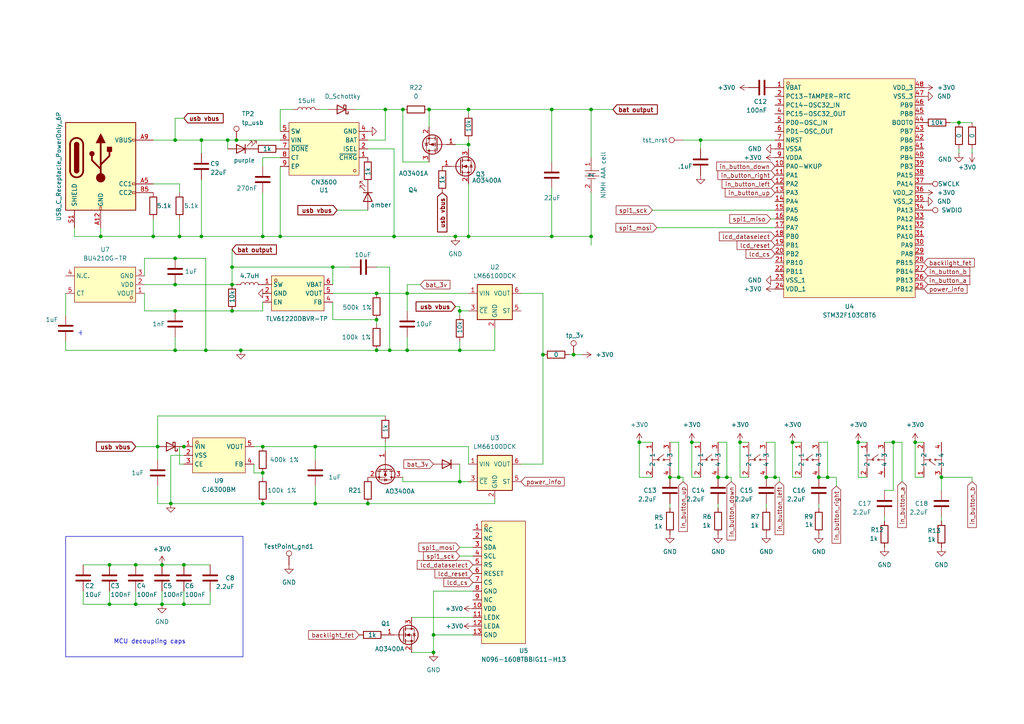
<source format=kicad_sch>
(kicad_sch (version 20250114) (generator "eeschema") (generator_version "9.0")
  (paper "A4")
  (title_block (title "stm32 business card"))
  (rectangle (start 19.05 155.575) (end 70.485 190.5))
  (text "Make sure CN36000 package and connections are right on PCB - wtf is EP?" (at 52.832 -7.874 0) (effects (font (size 1.27 1.27))))
  (text "MCU decoupling caps" (at 43.434 186.182 0) (effects (font (size 1.27 1.27))))
  (text "label 0 ohm choices" (at 24.892 -5.842 0) (effects (font (size 1.27 1.27) (thickness 0.1588))))
  (text "double check voltage diviers, maybe push higher - LCSC!" (at 43.434 -3.556 0) (effects (font (size 1.27 1.27) (thickness 0.1588))))
  (text "TODO" (at 18.796 -11.43 0) (effects (font (size 2.032 2.032) (thickness 0.4064) (bold yes))))
  (junction (at 91.44 129.54))
  (junction (at 39.37 163.83))
  (junction (at 135.89 31.75))
  (junction (at 194.31 138.43))
  (junction (at 166.37 102.87))
  (junction (at 135.89 68.58))
  (junction (at 259.08 128.27))
  (junction (at 67.31 77.47))
  (junction (at 133.35 90.17))
  (junction (at 224.79 138.43))
  (junction (at 59.69 101.6))
  (junction (at 76.2 137.16))
  (junction (at 68.58 40.64))
  (junction (at 118.11 85.09))
  (junction (at 31.75 175.26))
  (junction (at 265.43 128.27))
  (junction (at 67.31 90.17))
  (junction (at 46.99 175.26))
  (junction (at 109.22 85.09))
  (junction (at 240.03 138.43))
  (junction (at 50.8 40.64))
  (junction (at 109.22 101.6))
  (junction (at 91.44 146.05))
  (junction (at 111.76 31.75))
  (junction (at 118.11 101.6))
  (junction (at 133.35 139.7))
  (junction (at 76.2 129.54))
  (junction (at 208.28 138.43))
  (junction (at 248.92 128.27))
  (junction (at 58.42 40.64))
  (junction (at 125.73 189.23))
  (junction (at 67.31 82.55))
  (junction (at 203.2 40.64))
  (junction (at 58.42 68.58))
  (junction (at 113.03 101.6))
  (junction (at 50.8 101.6))
  (junction (at 160.02 68.58))
  (junction (at 44.45 68.58))
  (junction (at 237.49 138.43))
  (junction (at 81.28 68.58))
  (junction (at 222.25 138.43))
  (junction (at 132.08 68.58))
  (junction (at 52.07 68.58))
  (junction (at 171.45 31.75))
  (junction (at 214.63 128.27))
  (junction (at 133.35 101.6))
  (junction (at 185.42 128.27))
  (junction (at 96.52 77.47))
  (junction (at 39.37 175.26))
  (junction (at 210.82 138.43))
  (junction (at 69.85 101.6))
  (junction (at 125.73 184.15))
  (junction (at 116.84 31.75))
  (junction (at 66.04 40.64))
  (junction (at 53.34 163.83))
  (junction (at 76.2 146.05))
  (junction (at 229.87 128.27))
  (junction (at 106.68 146.05))
  (junction (at 196.85 138.43))
  (junction (at 135.89 41.91))
  (junction (at 278.13 35.56))
  (junction (at 53.34 129.54))
  (junction (at 76.2 68.58))
  (junction (at 29.21 68.58))
  (junction (at 273.05 138.43))
  (junction (at 50.8 90.17))
  (junction (at 114.3 68.58))
  (junction (at 109.22 92.71))
  (junction (at 31.75 163.83))
  (junction (at 49.53 146.05))
  (junction (at 50.8 82.55))
  (junction (at 157.48 102.87))
  (junction (at 160.02 31.75))
  (junction (at 200.66 128.27))
  (junction (at 53.34 175.26))
  (junction (at 171.45 68.58))
  (junction (at 50.8 74.93))
  (junction (at 45.72 129.54))
  (junction (at 124.46 31.75))
  (junction (at 46.99 163.83))
  (wire (pts (xy 194.31 147.32) (xy 194.31 146.05)))
  (wire (pts (xy 222.25 128.27) (xy 224.79 128.27)))
  (wire (pts (xy 81.28 38.1) (xy 81.28 31.75)))
  (wire (pts (xy 259.08 128.27) (xy 261.62 128.27)))
  (wire (pts (xy 118.11 101.6) (xy 133.35 101.6)))
  (wire (pts (xy 267.97 138.43) (xy 265.43 138.43)))
  (wire (pts (xy 76.2 45.72) (xy 76.2 48.26)))
  (polyline (pts (xy 23.495 96.52) (xy 23.495 97.155)))
  (wire (pts (xy 52.07 63.5) (xy 52.07 68.58)))
  (wire (pts (xy 135.89 41.91) (xy 135.89 43.18)))
  (wire (pts (xy 41.91 74.93) (xy 50.8 74.93)))
  (wire (pts (xy 91.44 146.05) (xy 106.68 146.05)))
  (wire (pts (xy 67.31 77.47) (xy 67.31 82.55)))
  (wire (pts (xy 50.8 34.29) (xy 53.34 34.29)))
  (wire (pts (xy 31.75 171.45) (xy 31.75 175.26)))
  (wire (pts (xy 281.94 44.45) (xy 281.94 43.18)))
  (wire (pts (xy 185.42 128.27) (xy 185.42 138.43)))
  (wire (pts (xy 119.38 189.23) (xy 125.73 189.23)))
  (wire (pts (xy 200.66 128.27) (xy 203.2 128.27)))
  (wire (pts (xy 81.28 68.58) (xy 114.3 68.58)))
  (wire (pts (xy 237.49 138.43) (xy 240.03 138.43)))
  (wire (pts (xy 256.54 128.27) (xy 259.08 128.27)))
  (wire (pts (xy 52.07 53.34) (xy 52.07 55.88)))
  (wire (pts (xy 248.92 128.27) (xy 248.92 138.43)))
  (wire (pts (xy 41.91 90.17) (xy 41.91 85.09)))
  (wire (pts (xy 125.73 171.45) (xy 125.73 184.15)))
  (wire (pts (xy 58.42 40.64) (xy 66.04 40.64)))
  (wire (pts (xy 52.07 68.58) (xy 58.42 68.58)))
  (wire (pts (xy 118.11 82.55) (xy 121.92 82.55)))
  (wire (pts (xy 81.28 31.75) (xy 85.09 31.75)))
  (wire (pts (xy 124.46 31.75) (xy 135.89 31.75)))
  (wire (pts (xy 251.46 138.43) (xy 248.92 138.43)))
  (wire (pts (xy 45.72 120.65) (xy 111.76 120.65)))
  (wire (pts (xy 171.45 55.88) (xy 171.45 68.58)))
  (wire (pts (xy 91.44 133.35) (xy 91.44 129.54)))
  (wire (pts (xy 229.87 128.27) (xy 232.41 128.27)))
  (wire (pts (xy 133.35 158.75) (xy 137.16 158.75)))
  (wire (pts (xy 106.68 40.64) (xy 111.76 40.64)))
  (wire (pts (xy 189.23 138.43) (xy 185.42 138.43)))
  (wire (pts (xy 45.72 146.05) (xy 49.53 146.05)))
  (wire (pts (xy 52.07 129.54) (xy 53.34 129.54)))
  (wire (pts (xy 39.37 171.45) (xy 39.37 175.26)))
  (wire (pts (xy 232.41 138.43) (xy 229.87 138.43)))
  (wire (pts (xy 101.6 77.47) (xy 96.52 77.47)))
  (wire (pts (xy 273.05 151.13) (xy 273.05 149.86)))
  (wire (pts (xy 237.49 128.27) (xy 240.03 128.27)))
  (wire (pts (xy 281.94 139.7) (xy 281.94 138.43)))
  (wire (pts (xy 157.48 102.87) (xy 157.48 134.62)))
  (wire (pts (xy 113.03 101.6) (xy 118.11 101.6)))
  (wire (pts (xy 52.07 134.62) (xy 52.07 129.54)))
  (wire (pts (xy 210.82 138.43) (xy 212.09 138.43)))
  (wire (pts (xy 96.52 92.71) (xy 109.22 92.71)))
  (wire (pts (xy 60.96 175.26) (xy 60.96 171.45)))
  (wire (pts (xy 44.45 53.34) (xy 52.07 53.34)))
  (wire (pts (xy 203.2 40.64) (xy 203.2 43.18)))
  (wire (pts (xy 135.89 33.02) (xy 135.89 31.75)))
  (wire (pts (xy 198.12 139.7) (xy 198.12 138.43)))
  (wire (pts (xy 67.31 77.47) (xy 96.52 77.47)))
  (wire (pts (xy 226.06 138.43) (xy 224.79 138.43)))
  (wire (pts (xy 50.8 40.64) (xy 58.42 40.64)))
  (wire (pts (xy 208.28 147.32) (xy 208.28 146.05)))
  (wire (pts (xy 118.11 85.09) (xy 135.89 85.09)))
  (wire (pts (xy 132.08 68.58) (xy 135.89 68.58)))
  (wire (pts (xy 118.11 97.79) (xy 118.11 101.6)))
  (wire (pts (xy 273.05 138.43) (xy 281.94 138.43)))
  (wire (pts (xy 198.12 40.64) (xy 203.2 40.64)))
  (wire (pts (xy 46.99 163.83) (xy 53.34 163.83)))
  (wire (pts (xy 44.45 40.64) (xy 50.8 40.64)))
  (wire (pts (xy 116.84 31.75) (xy 111.76 31.75)))
  (wire (pts (xy 214.63 128.27) (xy 217.17 128.27)))
  (wire (pts (xy 68.58 40.64) (xy 81.28 40.64)))
  (wire (pts (xy 50.8 101.6) (xy 59.69 101.6)))
  (wire (pts (xy 67.31 82.55) (xy 68.58 82.55)))
  (wire (pts (xy 212.09 138.43) (xy 212.09 139.7)))
  (wire (pts (xy 50.8 82.55) (xy 67.31 82.55)))
  (wire (pts (xy 31.75 175.26) (xy 39.37 175.26)))
  (wire (pts (xy 91.44 140.97) (xy 91.44 146.05)))
  (wire (pts (xy 208.28 128.27) (xy 210.82 128.27)))
  (wire (pts (xy 160.02 31.75) (xy 160.02 46.99)))
  (wire (pts (xy 119.38 179.07) (xy 137.16 179.07)))
  (wire (pts (xy 133.35 101.6) (xy 143.51 101.6)))
  (wire (pts (xy 137.16 171.45) (xy 125.73 171.45)))
  (wire (pts (xy 73.66 137.16) (xy 76.2 137.16)))
  (wire (pts (xy 41.91 90.17) (xy 50.8 90.17)))
  (wire (pts (xy 41.91 82.55) (xy 50.8 82.55)))
  (wire (pts (xy 224.79 128.27) (xy 224.79 138.43)))
  (wire (pts (xy 133.35 139.7) (xy 133.35 134.62)))
  (wire (pts (xy 29.21 68.58) (xy 29.21 66.04)))
  (wire (pts (xy 59.69 74.93) (xy 59.69 101.6)))
  (wire (pts (xy 96.52 82.55) (xy 96.52 77.47)))
  (wire (pts (xy 278.13 44.45) (xy 278.13 43.18)))
  (wire (pts (xy 256.54 151.13) (xy 256.54 149.86)))
  (wire (pts (xy 81.28 48.26) (xy 81.28 68.58)))
  (wire (pts (xy 113.03 77.47) (xy 113.03 101.6)))
  (wire (pts (xy 53.34 163.83) (xy 60.96 163.83)))
  (wire (pts (xy 171.45 68.58) (xy 171.45 71.12)))
  (wire (pts (xy 109.22 77.47) (xy 113.03 77.47)))
  (wire (pts (xy 69.85 101.6) (xy 109.22 101.6)))
  (wire (pts (xy 39.37 175.26) (xy 46.99 175.26)))
  (wire (pts (xy 67.31 90.17) (xy 76.2 90.17)))
  (wire (pts (xy 39.37 129.54) (xy 45.72 129.54)))
  (polyline (pts (xy 22.86 96.52) (xy 23.495 96.52)))
  (wire (pts (xy 124.46 46.99) (xy 116.84 46.99)))
  (wire (pts (xy 275.59 35.56) (xy 278.13 35.56)))
  (wire (pts (xy 222.25 147.32) (xy 222.25 146.05)))
  (wire (pts (xy 171.45 31.75) (xy 177.8 31.75)))
  (wire (pts (xy 76.2 137.16) (xy 76.2 138.43)))
  (wire (pts (xy 198.12 138.43) (xy 196.85 138.43)))
  (wire (pts (xy 157.48 85.09) (xy 157.48 102.87)))
  (wire (pts (xy 229.87 128.27) (xy 229.87 138.43)))
  (wire (pts (xy 133.35 139.7) (xy 135.89 139.7)))
  (wire (pts (xy 109.22 92.71) (xy 109.22 93.98)))
  (wire (pts (xy 76.2 55.88) (xy 76.2 68.58)))
  (wire (pts (xy 242.57 138.43) (xy 242.57 140.97)))
  (wire (pts (xy 135.89 68.58) (xy 160.02 68.58)))
  (wire (pts (xy 73.66 129.54) (xy 76.2 129.54)))
  (wire (pts (xy 76.2 68.58) (xy 81.28 68.58)))
  (wire (pts (xy 135.89 129.54) (xy 135.89 134.62)))
  (wire (pts (xy 44.45 63.5) (xy 44.45 68.58)))
  (wire (pts (xy 66.04 40.64) (xy 66.04 43.18)))
  (wire (pts (xy 114.3 68.58) (xy 132.08 68.58)))
  (wire (pts (xy 106.68 146.05) (xy 143.51 146.05)))
  (wire (pts (xy 46.99 171.45) (xy 46.99 175.26)))
  (wire (pts (xy 242.57 138.43) (xy 240.03 138.43)))
  (wire (pts (xy 24.13 163.83) (xy 31.75 163.83)))
  (wire (pts (xy 39.37 163.83) (xy 46.99 163.83)))
  (wire (pts (xy 189.23 60.96) (xy 224.79 60.96)))
  (wire (pts (xy 194.31 128.27) (xy 196.85 128.27)))
  (wire (pts (xy 116.84 46.99) (xy 116.84 31.75)))
  (wire (pts (xy 50.8 74.93) (xy 59.69 74.93)))
  (wire (pts (xy 76.2 129.54) (xy 91.44 129.54)))
  (wire (pts (xy 132.08 88.9) (xy 133.35 88.9)))
  (wire (pts (xy 58.42 44.45) (xy 58.42 40.64)))
  (wire (pts (xy 118.11 85.09) (xy 118.11 82.55)))
  (wire (pts (xy 109.22 85.09) (xy 118.11 85.09)))
  (wire (pts (xy 67.31 72.39) (xy 67.31 77.47)))
  (wire (pts (xy 160.02 68.58) (xy 171.45 68.58)))
  (wire (pts (xy 223.52 63.5) (xy 224.79 63.5)))
  (wire (pts (xy 168.91 102.87) (xy 166.37 102.87)))
  (wire (pts (xy 259.08 128.27) (xy 259.08 142.24)))
  (wire (pts (xy 217.17 138.43) (xy 214.63 138.43)))
  (wire (pts (xy 96.52 85.09) (xy 109.22 85.09)))
  (wire (pts (xy 45.72 140.97) (xy 45.72 146.05)))
  (wire (pts (xy 135.89 53.34) (xy 135.89 68.58)))
  (wire (pts (xy 210.82 128.27) (xy 210.82 138.43)))
  (wire (pts (xy 76.2 85.09) (xy 77.47 85.09)))
  (wire (pts (xy 46.99 175.26) (xy 53.34 175.26)))
  (wire (pts (xy 143.51 101.6) (xy 143.51 95.25)))
  (wire (pts (xy 19.05 101.6) (xy 19.05 99.06)))
  (wire (pts (xy 45.72 129.54) (xy 45.72 120.65)))
  (wire (pts (xy 76.2 146.05) (xy 91.44 146.05)))
  (wire (pts (xy 240.03 138.43) (xy 240.03 128.27)))
  (wire (pts (xy 273.05 138.43) (xy 273.05 142.24)))
  (wire (pts (xy 45.72 133.35) (xy 45.72 129.54)))
  (wire (pts (xy 135.89 31.75) (xy 160.02 31.75)))
  (wire (pts (xy 91.44 129.54) (xy 135.89 129.54)))
  (wire (pts (xy 190.5 66.04) (xy 224.79 66.04)))
  (wire (pts (xy 113.03 101.6) (xy 109.22 101.6)))
  (wire (pts (xy 50.8 40.64) (xy 50.8 34.29)))
  (wire (pts (xy 143.51 146.05) (xy 143.51 144.78)))
  (wire (pts (xy 118.11 90.17) (xy 118.11 85.09)))
  (wire (pts (xy 53.34 132.08) (xy 49.53 132.08)))
  (wire (pts (xy 29.21 68.58) (xy 44.45 68.58)))
  (wire (pts (xy 214.63 128.27) (xy 214.63 138.43)))
  (wire (pts (xy 81.28 45.72) (xy 76.2 45.72)))
  (wire (pts (xy 21.59 68.58) (xy 21.59 66.04)))
  (wire (pts (xy 265.43 128.27) (xy 267.97 128.27)))
  (wire (pts (xy 19.05 101.6) (xy 50.8 101.6)))
  (wire (pts (xy 111.76 40.64) (xy 111.76 31.75)))
  (wire (pts (xy 135.89 40.64) (xy 135.89 41.91)))
  (wire (pts (xy 50.8 90.17) (xy 67.31 90.17)))
  (wire (pts (xy 226.06 139.7) (xy 226.06 138.43)))
  (wire (pts (xy 19.05 91.44) (xy 19.05 85.09)))
  (wire (pts (xy 111.76 128.27) (xy 111.76 130.81)))
  (wire (pts (xy 237.49 147.32) (xy 237.49 146.05)))
  (wire (pts (xy 203.2 138.43) (xy 200.66 138.43)))
  (wire (pts (xy 44.45 68.58) (xy 52.07 68.58)))
  (wire (pts (xy 116.84 139.7) (xy 133.35 139.7)))
  (wire (pts (xy 166.37 102.87) (xy 165.1 102.87)))
  (wire (pts (xy 160.02 31.75) (xy 171.45 31.75)))
  (wire (pts (xy 265.43 128.27) (xy 265.43 138.43)))
  (wire (pts (xy 261.62 128.27) (xy 261.62 139.7)))
  (wire (pts (xy 259.08 142.24) (xy 256.54 142.24)))
  (wire (pts (xy 133.35 99.06) (xy 133.35 101.6)))
  (wire (pts (xy 111.76 31.75) (xy 102.87 31.75)))
  (wire (pts (xy 76.2 90.17) (xy 76.2 87.63)))
  (wire (pts (xy 278.13 35.56) (xy 281.94 35.56)))
  (wire (pts (xy 160.02 54.61) (xy 160.02 68.58)))
  (wire (pts (xy 248.92 128.27) (xy 251.46 128.27)))
  (wire (pts (xy 208.28 138.43) (xy 210.82 138.43)))
  (wire (pts (xy 194.31 138.43) (xy 196.85 138.43)))
  (wire (pts (xy 171.45 31.75) (xy 171.45 45.72)))
  (wire (pts (xy 21.59 68.58) (xy 29.21 68.58)))
  (wire (pts (xy 53.34 134.62) (xy 52.07 134.62)))
  (wire (pts (xy 41.91 80.01) (xy 41.91 74.93)))
  (wire (pts (xy 58.42 68.58) (xy 76.2 68.58)))
  (wire (pts (xy 133.35 88.9) (xy 133.35 90.17)))
  (wire (pts (xy 133.35 90.17) (xy 135.89 90.17)))
  (wire (pts (xy 157.48 134.62) (xy 151.13 134.62)))
  (wire (pts (xy 222.25 138.43) (xy 224.79 138.43)))
  (wire (pts (xy 53.34 175.26) (xy 60.96 175.26)))
  (polyline (pts (xy 23.495 95.885) (xy 23.495 96.52)))
  (wire (pts (xy 49.53 132.08) (xy 49.53 146.05)))
  (wire (pts (xy 114.3 43.18) (xy 114.3 68.58)))
  (wire (pts (xy 50.8 101.6) (xy 50.8 97.79)))
  (wire (pts (xy 185.42 128.27) (xy 189.23 128.27)))
  (wire (pts (xy 58.42 52.07) (xy 58.42 68.58)))
  (wire (pts (xy 97.79 60.96) (xy 106.68 60.96)))
  (wire (pts (xy 31.75 163.83) (xy 39.37 163.83)))
  (wire (pts (xy 125.73 184.15) (xy 125.73 189.23)))
  (wire (pts (xy 53.34 171.45) (xy 53.34 175.26)))
  (wire (pts (xy 66.04 40.64) (xy 68.58 40.64)))
  (wire (pts (xy 133.35 90.17) (xy 133.35 91.44)))
  (wire (pts (xy 24.13 171.45) (xy 24.13 175.26)))
  (wire (pts (xy 196.85 128.27) (xy 196.85 138.43)))
  (wire (pts (xy 157.48 85.09) (xy 151.13 85.09)))
  (wire (pts (xy 49.53 146.05) (xy 76.2 146.05)))
  (wire (pts (xy 125.73 184.15) (xy 137.16 184.15)))
  (wire (pts (xy 133.35 161.29) (xy 137.16 161.29)))
  (wire (pts (xy 200.66 128.27) (xy 200.66 138.43)))
  (wire (pts (xy 106.68 43.18) (xy 114.3 43.18)))
  (wire (pts (xy 124.46 31.75) (xy 124.46 36.83)))
  (wire (pts (xy 92.71 31.75) (xy 95.25 31.75)))
  (wire (pts (xy 73.66 134.62) (xy 73.66 137.16)))
  (wire (pts (xy 96.52 92.71) (xy 96.52 87.63)))
  (wire (pts (xy 116.84 139.7) (xy 116.84 138.43)))
  (wire (pts (xy 203.2 40.64) (xy 224.79 40.64)))
  (wire (pts (xy 59.69 101.6) (xy 69.85 101.6)))
  (wire (pts (xy 24.13 175.26) (xy 31.75 175.26)))
  (wire (pts (xy 132.08 41.91) (xy 135.89 41.91)))
  (global_label "in_button_b" (shape input) (at 281.94 139.7 270) (property "Intersheetrefs" "${INTERSHEET_REFS}" (effects (hide yes))))
  (global_label "backlight_fet" (shape input) (at 267.97 76.2 0) (property "Intersheetrefs" "${INTERSHEET_REFS}" (effects (hide yes))))
  (global_label "lcd_cs" (shape input) (at 137.16 168.91 180) (property "Intersheetrefs" "${INTERSHEET_REFS}" (effects (hide yes))))
  (global_label "in_button_down" (shape input) (at 212.09 139.7 270) (property "Intersheetrefs" "${INTERSHEET_REFS}" (effects (hide yes))))
  (global_label "usb vbus" (shape input) (at 128.27 55.88 270) (effects (font (thickness 0.254) (bold yes))) (property "Intersheetrefs" "${INTERSHEET_REFS}" (effects (hide yes))))
  (global_label "lcd_reset" (shape input) (at 137.16 166.37 180) (property "Intersheetrefs" "${INTERSHEET_REFS}" (effects (hide yes))))
  (global_label "usb vbus" (shape input) (at 97.79 60.96 180) (effects (font (thickness 0.254) (bold yes))) (property "Intersheetrefs" "${INTERSHEET_REFS}" (effects (hide yes))))
  (global_label "bat_3v" (shape input) (at 121.92 82.55 0) (property "Intersheetrefs" "${INTERSHEET_REFS}" (effects (hide yes))))
  (global_label "in_button_right" (shape input) (at 242.57 140.97 270) (property "Intersheetrefs" "${INTERSHEET_REFS}" (effects (hide yes))))
  (global_label "spi1_mosi" (shape input) (at 133.35 158.75 180) (property "Intersheetrefs" "${INTERSHEET_REFS}" (effects (hide yes))))
  (global_label "in_button_b" (shape input) (at 267.97 78.74 0) (property "Intersheetrefs" "${INTERSHEET_REFS}" (effects (hide yes))))
  (global_label "in_button_a" (shape input) (at 267.97 81.28 0) (property "Intersheetrefs" "${INTERSHEET_REFS}" (effects (hide yes))))
  (global_label "spi1_sck" (shape input) (at 189.23 60.96 180) (property "Intersheetrefs" "${INTERSHEET_REFS}" (effects (hide yes))))
  (global_label "backlight_fet" (shape input) (at 104.14 184.15 180) (property "Intersheetrefs" "${INTERSHEET_REFS}" (effects (hide yes))))
  (global_label "usb vbus" (shape input) (at 132.08 88.9 180) (effects (font (thickness 0.254) (bold yes))) (property "Intersheetrefs" "${INTERSHEET_REFS}" (effects (hide yes))))
  (global_label "in_button_a" (shape input) (at 261.62 139.7 270) (property "Intersheetrefs" "${INTERSHEET_REFS}" (effects (hide yes))))
  (global_label "usb vbus" (shape input) (at 53.34 34.29 0) (effects (font (thickness 0.254) (bold yes))) (property "Intersheetrefs" "${INTERSHEET_REFS}" (effects (hide yes))))
  (global_label "lcd_cs" (shape input) (at 224.79 73.66 180) (property "Intersheetrefs" "${INTERSHEET_REFS}" (effects (hide yes))))
  (global_label "lcd_dataselect" (shape input) (at 137.16 163.83 180) (property "Intersheetrefs" "${INTERSHEET_REFS}" (effects (hide yes))))
  (global_label "lcd_reset" (shape input) (at 224.79 71.12 180) (property "Intersheetrefs" "${INTERSHEET_REFS}" (effects (hide yes))))
  (global_label "lcd_dataselect" (shape input) (at 224.79 68.58 180) (property "Intersheetrefs" "${INTERSHEET_REFS}" (effects (hide yes))))
  (global_label "in_button_left" (shape input) (at 224.79 53.34 180) (property "Intersheetrefs" "${INTERSHEET_REFS}" (effects (hide yes))))
  (global_label "bat output" (shape input) (at 67.31 72.39 0) (effects (font (thickness 0.254) (bold yes))) (property "Intersheetrefs" "${INTERSHEET_REFS}" (effects (hide yes))))
  (global_label "in_button_right" (shape input) (at 224.79 50.8 180) (property "Intersheetrefs" "${INTERSHEET_REFS}" (effects (hide yes))))
  (global_label "in_button_up" (shape input) (at 198.12 139.7 270) (property "Intersheetrefs" "${INTERSHEET_REFS}" (effects (hide yes))))
  (global_label "in_button_left" (shape input) (at 226.06 139.7 270) (property "Intersheetrefs" "${INTERSHEET_REFS}" (effects (hide yes))))
  (global_label "in_button_up" (shape input) (at 224.79 55.88 180) (property "Intersheetrefs" "${INTERSHEET_REFS}" (effects (hide yes))))
  (global_label "usb vbus" (shape input) (at 39.37 129.54 180) (effects (font (thickness 0.254) (bold yes))) (property "Intersheetrefs" "${INTERSHEET_REFS}" (effects (hide yes))))
  (global_label "power_info" (shape input) (at 151.13 139.7 0) (property "Intersheetrefs" "${INTERSHEET_REFS}" (effects (hide yes))))
  (global_label "spi1_miso" (shape input) (at 223.52 63.5 180) (property "Intersheetrefs" "${INTERSHEET_REFS}" (effects (hide yes))))
  (global_label "power_info" (shape input) (at 267.97 83.82 0) (property "Intersheetrefs" "${INTERSHEET_REFS}" (effects (hide yes))))
  (global_label "spi1_sck" (shape input) (at 133.35 161.29 180) (property "Intersheetrefs" "${INTERSHEET_REFS}" (effects (hide yes))))
  (global_label "bat_3v" (shape input) (at 125.73 134.62 180) (property "Intersheetrefs" "${INTERSHEET_REFS}" (effects (hide yes))))
  (global_label "in_button_down" (shape input) (at 224.79 48.26 180) (property "Intersheetrefs" "${INTERSHEET_REFS}" (effects (hide yes))))
  (global_label "bat output" (shape input) (at 177.8 31.75 0) (effects (font (thickness 0.254) (bold yes))) (property "Intersheetrefs" "${INTERSHEET_REFS}" (effects (hide yes))))
  (global_label "spi1_mosi" (shape input) (at 190.5 66.04 180) (property "Intersheetrefs" "${INTERSHEET_REFS}" (effects (hide yes))))
  (symbol (lib_id "Device:C") (at 50.8 93.98 0) (unit 1)
    (property "Reference" "C19" (effects (hide yes)))
    (property "Value" "1nF" (at 44.196 93.98 0) (effects (justify left)))
    (property "Footprint" "Capacitor_SMD:C_0603_1608Metric" (effects (hide yes)))
    (property "Description" "Unpolarized capacitor" (effects (hide yes)))
  )
  (symbol (lib_id "power:GND") (at 125.73 189.23 0) (unit 1)
    (property "Reference" "#PWR037" (effects (hide yes)))
    (property "Value" "GND" (at 125.73 194.31 0))
    (property "Description" "Power symbol creates a global label with name \"GND\" , ground" (effects (hide yes)))
  )
  (symbol (lib_id "Device:R") (at 120.65 31.75 90) (unit 1)
    (property "Reference" "R22" (at 120.65 25.4 90))
    (property "Value" "0" (at 120.65 27.94 90))
    (property "Footprint" "Resistor_SMD:R_0603_1608Metric" (effects (hide yes)))
    (property "Description" "Resistor" (effects (hide yes)))
  )
  (symbol (lib_id "Device:R") (at 222.25 151.13 180) (unit 1)
    (property "Reference" "R7" (at 217.678 149.86 0) (effects (justify right)))
    (property "Value" "1k" (at 217.678 152.4 0) (effects (justify right)))
    (property "Footprint" "Resistor_SMD:R_0603_1608Metric" (effects (hide yes)))
    (property "Description" "Resistor" (effects (hide yes)))
  )
  (symbol (lib_id "Device:R") (at 106.68 49.53 180) (unit 1)
    (property "Reference" "R15" (effects (hide yes)))
    (property "Value" "1k" (at 106.68 48.514 90) (effects (justify left)))
    (property "Footprint" "Resistor_SMD:R_0603_1608Metric" (effects (hide yes)))
    (property "Description" "Resistor" (effects (hide yes)))
  )
  (symbol (lib_name "AO3400A_1") (lib_id "Transistor_FET:AO3400A") (at 133.35 48.26 0) (unit 1)
    (property "Reference" "Q3" (at 137.922 50.546 0) (effects (justify left)))
    (property "Value" "AO3400A" (at 136.906 52.324 0) (effects (justify left)))
    (property "Footprint" "Package_TO_SOT_SMD:SOT-23" (effects (hide yes)))
    (property "Datasheet" "http://www.aosmd.com/pdfs/datasheet/AO3400A.pdf" (effects (hide yes)))
    (property "Description" "30V Vds, 5.7A Id, N-Channel MOSFET, SOT-23" (effects (hide yes)))
  )
  (symbol (lib_id "power:GND") (at 224.79 81.28 270) (unit 1)
    (property "Reference" "#PWR018" (effects (hide yes)))
    (property "Value" "GND" (at 220.98 81.2799 90) (effects (justify right)))
    (property "Description" "Power symbol creates a global label with name \"GND\" , ground" (effects (hide yes)))
  )
  (symbol (lib_id "Device:C") (at 203.2 46.99 0) (unit 1)
    (property "Reference" "C11" (effects (hide yes)))
    (property "Value" ".1uF" (at 196.596 48.26 0) (effects (justify left)))
    (property "Footprint" "Capacitor_SMD:C_0603_1608Metric" (effects (hide yes)))
    (property "Description" "Unpolarized capacitor" (effects (hide yes)))
  )
  (symbol (lib_id "Device:C") (at 39.37 167.64 0) (unit 1)
    (property "Reference" "C4" (at 39.624 169.926 0) (effects (justify left)))
    (property "Value" "100nF" (at 39.624 172.466 0) (effects (justify left)))
    (property "Footprint" "Capacitor_SMD:C_0603_1608Metric" (effects (hide yes)))
    (property "Description" "Unpolarized capacitor" (effects (hide yes)))
  )
  (symbol (lib_id "Device:R") (at 44.45 59.69 0) (unit 1)
    (property "Reference" "R1" (effects (hide yes)))
    (property "Value" "5.1k" (at 45.466 59.69 0) (effects (justify left)))
    (property "Footprint" "Resistor_SMD:R_0603_1608Metric" (effects (hide yes)))
    (property "Description" "Resistor" (effects (hide yes)))
  )
  (symbol (lib_id "power:GND") (at 222.25 154.94 0) (unit 1)
    (property "Reference" "#PWR029" (effects (hide yes)))
    (property "Value" "GND" (at 222.25 160.02 0))
    (property "Description" "Power symbol creates a global label with name \"GND\" , ground" (effects (hide yes)))
  )
  (symbol (lib_id "Device:C") (at 60.96 167.64 180) (unit 1)
    (property "Reference" "C8" (at 68.072 167.64 0) (effects (justify left)))
    (property "Value" "2.2uF" (at 68.072 170.18 0) (effects (justify left)))
    (property "Footprint" "Capacitor_SMD:C_0603_1608Metric" (effects (hide yes)))
    (property "Description" "Unpolarized capacitor" (effects (hide yes)))
  )
  (symbol (lib_id "Device:D_Schottky") (at 99.06 31.75 180) (unit 1)
    (property "Reference" "D1" (effects (hide yes)))
    (property "Value" "D_Schottky" (at 99.3775 27.94 0))
    (property "Footprint" "Diode_SMD:D_SMA" (effects (hide yes)))
    (property "Description" "Schottky diode" (effects (hide yes)))
  )
  (symbol (lib_id "power:+3V0") (at 224.79 45.72 90) (unit 1)
    (property "Reference" "#PWR017" (effects (hide yes)))
    (property "Value" "+3V0" (at 220.98 45.7199 90) (effects (justify left)))
    (property "Description" "Power symbol creates a global label with name \"+3V0\"" (effects (hide yes)))
  )
  (symbol (lib_id "Device:LED") (at 69.85 43.18 180) (unit 1)
    (property "Reference" "D2" (effects (hide yes)))
    (property "Value" "purple" (at 70.866 46.482 0))
    (property "Footprint" "LED_SMD:LED_0805_2012Metric" (effects (hide yes)))
    (property "Description" "Light emitting diode" (effects (hide yes)))
    (property "Sim.Pins" "1=K 2=A" (effects (hide yes)))
  )
  (symbol (lib_id "Device:C") (at 53.34 167.64 0) (unit 1)
    (property "Reference" "C6" (at 53.594 169.926 0) (effects (justify left)))
    (property "Value" "100nF" (at 53.594 172.466 0) (effects (justify left)))
    (property "Footprint" "Capacitor_SMD:C_0603_1608Metric" (effects (hide yes)))
    (property "Description" "Unpolarized capacitor" (effects (hide yes)))
  )
  (symbol (lib_id "power:+3V0") (at 248.92 128.27 0) (unit 1)
    (property "Reference" "#PWR036" (effects (hide yes)))
    (property "Value" "+3V0" (at 248.92 123.19 0))
    (property "Description" "Power symbol creates a global label with name \"+3V0\"" (effects (hide yes)))
  )
  (symbol (lib_id "indigos_imports:CJ6300BM") (at 63.5 132.08 0) (unit 1)
    (property "Reference" "U9" (at 63.5 139.446 0))
    (property "Value" "CJ6300BM" (at 63.5 141.986 0))
    (property "Footprint" "indigos_imports:SOT-23-5_L2.9-W1.6-P0.95-LS2.8-BR" (effects (hide yes)))
    (property "LCSC Part" "C2829398" (effects (hide yes)))
  )
  (symbol (lib_id "power:+3V0") (at 267.97 55.88 270) (unit 1)
    (property "Reference" "#PWR027" (effects (hide yes)))
    (property "Value" "+3V0" (at 271.78 55.8799 90) (effects (justify left)))
    (property "Description" "Power symbol creates a global label with name \"+3V0\"" (effects (hide yes)))
  )
  (symbol (lib_id "Transistor_FET:AO3400A") (at 116.84 184.15 0) (unit 1)
    (property "Reference" "Q1" (at 110.49 180.848 0) (effects (justify left)))
    (property "Value" "AO3400A" (at 108.712 188.214 0) (effects (justify left)))
    (property "Footprint" "Package_TO_SOT_SMD:SOT-23" (effects (hide yes)))
    (property "Datasheet" "http://www.aosmd.com/pdfs/datasheet/AO3400A.pdf" (effects (hide yes)))
    (property "Description" "30V Vds, 5.7A Id, N-Channel MOSFET, SOT-23" (effects (hide yes)))
  )
  (symbol (lib_id "Connector:TestPoint") (at 198.12 40.64 90) (unit 1)
    (property "Reference" "tst_nrst1" (effects (hide yes)))
    (property "Value" "tst_nrst" (at 189.992 40.64 90))
    (property "Footprint" "TestPoint:TestPoint_Pad_D2.0mm" (effects (hide yes)))
    (property "Description" "test point" (effects (hide yes)))
  )
  (symbol (lib_id "power:GND") (at 256.54 158.75 0) (unit 1)
    (property "Reference" "#PWR038" (effects (hide yes)))
    (property "Value" "GND" (at 256.54 163.83 0))
    (property "Description" "Power symbol creates a global label with name \"GND\" , ground" (effects (hide yes)))
  )
  (symbol (lib_id "power:GND") (at 203.2 50.8 0) (unit 1)
    (property "Reference" "#PWR015" (effects (hide yes)))
    (property "Value" "GND" (effects (hide yes)))
    (property "Description" "Power symbol creates a global label with name \"GND\" , ground" (effects (hide yes)))
  )
  (symbol (lib_id "power:GND") (at 267.97 58.42 90) (unit 1)
    (property "Reference" "#PWR028" (effects (hide yes)))
    (property "Value" "GND" (at 271.78 58.4199 90) (effects (justify right)))
    (property "Description" "Power symbol creates a global label with name \"GND\" , ground" (effects (hide yes)))
  )
  (symbol (lib_id "Device:R") (at 109.22 88.9 0) (unit 1)
    (property "Reference" "R16" (effects (hide yes)))
    (property "Value" "500k 1%" (at 99.314 89.154 0) (effects (justify left)))
    (property "Footprint" "Resistor_SMD:R_0603_1608Metric" (effects (hide yes)))
    (property "Description" "Resistor" (effects (hide yes)))
  )
  (symbol (lib_id "power:+3V0") (at 200.66 128.27 0) (unit 1)
    (property "Reference" "#PWR022" (effects (hide yes)))
    (property "Value" "+3V0" (at 200.66 123.19 0))
    (property "Description" "Power symbol creates a global label with name \"+3V0\"" (effects (hide yes)))
  )
  (symbol (lib_id "Device:C") (at 76.2 52.07 0) (unit 1)
    (property "Reference" "C7" (effects (hide yes)))
    (property "Value" "270nF" (at 68.58 54.61 0) (effects (justify left)))
    (property "Footprint" "Capacitor_SMD:C_0805_2012Metric" (effects (hide yes)))
    (property "Description" "Unpolarized capacitor" (effects (hide yes)))
  )
  (symbol (lib_id "Device:C") (at 24.13 167.64 0) (unit 1)
    (property "Reference" "C2" (at 24.638 169.926 0) (effects (justify left)))
    (property "Value" "10uF" (at 24.638 172.466 0) (effects (justify left)))
    (property "Footprint" "Capacitor_SMD:C_0603_1608Metric" (effects (hide yes)))
    (property "Description" "Unpolarized capacitor" (effects (hide yes)))
  )
  (symbol (lib_id "power:GND") (at 267.97 27.94 90) (unit 1)
    (property "Reference" "#PWR026" (effects (hide yes)))
    (property "Value" "GND" (at 271.78 27.9399 90) (effects (justify right)))
    (property "Description" "Power symbol creates a global label with name \"GND\" , ground" (effects (hide yes)))
  )
  (symbol (lib_id "Connector:TestPoint") (at 166.37 102.87 0) (unit 1)
    (property "Reference" "TP3" (effects (hide yes)))
    (property "Value" "tp_3v" (at 164.084 97.282 0) (effects (justify left)))
    (property "Footprint" "TestPoint:TestPoint_Pad_D2.0mm" (effects (hide yes)))
    (property "Description" "test point" (effects (hide yes)))
  )
  (symbol (lib_id "easyeda2kicad:TSD003A04126A02") (at 254 133.35 90) (mirror x) (unit 1)
    (property "Reference" "b_a1" (effects (hide yes)))
    (property "Value" "TSD003A04126A02" (effects (hide yes)))
    (property "Footprint" "indigos_imports:SW-SMD_4P-L6.0-W6.0-P4.50-LS8.6" (effects (hide yes)))
    (property "Description" "top arrow" (effects (hide yes)))
    (property "LCSC Part" "C2888573" (effects (hide yes)))
  )
  (symbol (lib_id "Device:D") (at 129.54 134.62 180) (unit 1)
    (property "Reference" "D5" (effects (hide yes)))
    (property "Value" "1N4148" (effects (hide yes)))
    (property "Footprint" "Diode_SMD:D_SOD-323" (effects (hide yes)))
    (property "Description" "Diode" (effects (hide yes)))
    (property "Sim.Device" "D" (effects (hide yes)))
    (property "Sim.Pins" "1=K 2=A" (effects (hide yes)))
  )
  (symbol (lib_id "Transistor_FET:AO3401A") (at 127 41.91 180) (unit 1)
    (property "Reference" "Q4" (at 121.158 55.118 0) (effects (justify left)))
    (property "Value" "AO3401A" (at 124.206 50.292 0) (effects (justify left)))
    (property "Footprint" "Package_TO_SOT_SMD:SOT-23" (effects (hide yes)))
    (property "Datasheet" "http://www.aosmd.com/pdfs/datasheet/AO3401A.pdf" (effects (hide yes)))
    (property "Description" "-4.0A Id, -30V Vds, P-Channel MOSFET, SOT-23" (effects (hide yes)))
  )
  (symbol (lib_id "power:+3V0") (at 265.43 128.27 0) (unit 1)
    (property "Reference" "#PWR039" (effects (hide yes)))
    (property "Value" "+3V0" (at 265.43 123.19 0))
    (property "Description" "Power symbol creates a global label with name \"+3V0\"" (effects (hide yes)))
  )
  (symbol (lib_id "Device:R") (at 109.22 97.79 0) (unit 1)
    (property "Reference" "R17" (effects (hide yes)))
    (property "Value" "100k 1%" (at 103.378 97.79 0))
    (property "Footprint" "Resistor_SMD:R_0603_1608Metric" (effects (hide yes)))
    (property "Description" "Resistor" (effects (hide yes)))
  )
  (symbol (lib_id "easyeda2kicad:TSD003A04126A02") (at 270.51 133.35 90) (unit 1)
    (property "Reference" "b_b1" (effects (hide yes)))
    (property "Value" "TSD003A04126A02" (effects (hide yes)))
    (property "Footprint" "indigos_imports:SW-SMD_4P-L6.0-W6.0-P4.50-LS8.6" (effects (hide yes)))
    (property "Description" "top arrow" (effects (hide yes)))
    (property "LCSC Part" "C2888573" (effects (hide yes)))
  )
  (symbol (lib_id "power:+3V0") (at 229.87 128.27 0) (unit 1)
    (property "Reference" "#PWR030" (effects (hide yes)))
    (property "Value" "+3V0" (at 229.87 123.19 0))
    (property "Description" "Power symbol creates a global label with name \"+3V0\"" (effects (hide yes)))
  )
  (symbol (lib_id "Device:C") (at 208.28 142.24 180) (unit 1)
    (property "Reference" "C14" (at 204.47 142.24 0) (effects (justify left)))
    (property "Value" "2.2uF" (at 204.47 144.78 0) (effects (justify left)))
    (property "Footprint" "Capacitor_SMD:C_0603_1608Metric" (effects (hide yes)))
    (property "Description" "Unpolarized capacitor" (effects (hide yes)))
  )
  (symbol (lib_id "Device:R") (at 281.94 39.37 0) (unit 1)
    (property "Reference" "R10" (effects (hide yes)))
    (property "Value" "0" (at 281.94 39.37 90))
    (property "Footprint" "Resistor_SMD:R_0603_1608Metric" (effects (hide yes)))
    (property "Description" "Resistor" (effects (hide yes)))
  )
  (symbol (lib_id "power:GND") (at 46.99 175.26 0) (unit 1)
    (property "Reference" "#PWR07" (effects (hide yes)))
    (property "Value" "GND" (at 46.99 180.34 0))
    (property "Description" "Power symbol creates a global label with name \"GND\" , ground" (effects (hide yes)))
  )
  (symbol (lib_id "Device:C") (at 222.25 142.24 180) (unit 1)
    (property "Reference" "C15" (at 218.44 142.24 0) (effects (justify left)))
    (property "Value" "2.2uF" (at 218.44 144.78 0) (effects (justify left)))
    (property "Footprint" "Capacitor_SMD:C_0603_1608Metric" (effects (hide yes)))
    (property "Description" "Unpolarized capacitor" (effects (hide yes)))
  )
  (symbol (lib_id "power:GND") (at 237.49 154.94 0) (unit 1)
    (property "Reference" "#PWR032" (effects (hide yes)))
    (property "Value" "GND" (at 237.49 160.02 0))
    (property "Description" "Power symbol creates a global label with name \"GND\" , ground" (effects (hide yes)))
  )
  (symbol (lib_id "Device:C") (at 50.8 78.74 0) (unit 1)
    (property "Reference" "C20" (effects (hide yes)))
    (property "Value" "1uF" (at 53.594 78.74 0) (effects (justify left)))
    (property "Footprint" "Capacitor_SMD:C_0603_1608Metric" (effects (hide yes)))
    (property "Description" "Unpolarized capacitor" (effects (hide yes)))
  )
  (symbol (lib_id "Device:R") (at 135.89 36.83 0) (unit 1)
    (property "Reference" "R25" (effects (hide yes)))
    (property "Value" "10k" (at 135.89 38.354 90) (effects (justify left)))
    (property "Footprint" "Resistor_SMD:R_0603_1608Metric" (effects (hide yes)))
    (property "Description" "Resistor" (effects (hide yes)))
  )
  (symbol (lib_id "Device:C") (at 19.05 95.25 0) (unit 1)
    (property "Reference" "C10" (effects (hide yes)))
    (property "Value" "1uF" (at 13.208 92.71 0) (effects (justify left)))
    (property "Footprint" "Capacitor_SMD:C_0603_1608Metric" (effects (hide yes)))
    (property "Description" "Unpolarized capacitor" (effects (hide yes)))
  )
  (symbol (lib_id "power:GND") (at 224.79 43.18 270) (unit 1)
    (property "Reference" "#PWR016" (effects (hide yes)))
    (property "Value" "GND" (at 220.98 43.1799 90) (effects (justify right)))
    (property "Description" "Power symbol creates a global label with name \"GND\" , ground" (effects (hide yes)))
  )
  (symbol (lib_id "Device:R") (at 76.2 142.24 0) (unit 1)
    (property "Reference" "R19" (effects (hide yes)))
    (property "Value" "100k 1%" (at 81.788 142.24 0))
    (property "Footprint" "Resistor_SMD:R_0603_1608Metric" (effects (hide yes)))
    (property "Description" "Resistor" (effects (hide yes)))
  )
  (symbol (lib_id "Power_Management:LM66100DCK") (at 143.51 137.16 0) (unit 1)
    (property "Reference" "U3" (at 143.51 127 0))
    (property "Value" "LM66100DCK" (at 143.51 129.54 0))
    (property "Footprint" "Package_TO_SOT_SMD:SOT-363_SC-70-6" (effects (hide yes)))
    (property "Datasheet" "https://www.ti.com/lit/ds/symlink/lm66100.pdf" (effects (hide yes)))
    (property "Description" "Ideal Diode With Input Polarity Protection 1.5 - 5.5V  Input Voltage, 1.5A Output Current, Ron 141 mOhm, SC-70-6" (effects (hide yes)))
  )
  (symbol (lib_id "indigos_imports:TLV61220DBVR-TP") (at 86.36 85.09 0) (unit 1)
    (property "Reference" "U6" (effects (hide yes)))
    (property "Value" "TLV61220DBVR-TP" (at 86.106 92.456 0))
    (property "Footprint" "indigos_imports:SOT-23-6_L2.9-W1.6-P0.95-LS2.8-BL" (effects (hide yes)))
    (property "LCSC Part" "C47117507" (effects (hide yes)))
  )
  (symbol (lib_id "easyeda2kicad:TSD003A04126A02") (at 205.74 133.35 90) (mirror x) (unit 1)
    (property "Reference" "b_down1" (effects (hide yes)))
    (property "Value" "TSD003A04126A02" (effects (hide yes)))
    (property "Footprint" "indigos_imports:SW-SMD_4P-L6.0-W6.0-P4.50-LS8.6" (effects (hide yes)))
    (property "Description" "top arrow" (effects (hide yes)))
    (property "LCSC Part" "C2888573" (effects (hide yes)))
  )
  (symbol (lib_id "indigos_imports:BU4210G-TR") (at 29.21 82.55 180) (unit 1)
    (property "Reference" "U7" (at 30.48 72.39 0))
    (property "Value" "BU4210G-TR" (at 30.48 74.93 0))
    (property "Footprint" "indigos_imports:SSOP-5_L2.9-W1.6-P0.95-LS2.8-TL" (effects (hide yes)))
    (property "LCSC Part" "C2066584" (effects (hide yes)))
  )
  (symbol (lib_id "Device:C") (at 31.75 167.64 0) (unit 1)
    (property "Reference" "C3" (at 32.004 169.926 0) (effects (justify left)))
    (property "Value" "100nF" (at 32.004 172.466 0) (effects (justify left)))
    (property "Footprint" "Capacitor_SMD:C_0603_1608Metric" (effects (hide yes)))
    (property "Description" "Unpolarized capacitor" (effects (hide yes)))
  )
  (symbol (lib_id "indigos_imports:BH-AAA-B5BA021") (at 171.45 50.8 270) (unit 1)
    (property "Reference" "BT1" (effects (hide yes)))
    (property "Value" "NiMH AAA cell" (at 175.006 43.942 0) (effects (justify left)))
    (property "Footprint" "indigos_imports:BAT-SMD_BH-AAA-B5BA021" (effects (hide yes)))
    (property "Description" "Single-cell battery" (effects (hide yes)))
    (property "LCSC Part" "C7525446" (effects (hide yes)))
  )
  (symbol (lib_id "Device:R") (at 111.76 124.46 0) (unit 1)
    (property "Reference" "R23" (effects (hide yes)))
    (property "Value" "1k" (at 111.76 125.476 90) (effects (justify left)))
    (property "Footprint" "Resistor_SMD:R_0603_1608Metric" (effects (hide yes)))
    (property "Description" "Resistor" (effects (hide yes)))
  )
  (symbol (lib_id "power:+3V0") (at 224.79 83.82 90) (unit 1)
    (property "Reference" "#PWR019" (effects (hide yes)))
    (property "Value" "+3V0" (at 220.98 83.8199 90) (effects (justify left)))
    (property "Description" "Power symbol creates a global label with name \"+3V0\"" (effects (hide yes)))
  )
  (symbol (lib_id "power:+3V0") (at 46.99 163.83 0) (unit 1)
    (property "Reference" "#PWR06" (effects (hide yes)))
    (property "Value" "+3V0" (at 46.99 159.258 0))
    (property "Description" "Power symbol creates a global label with name \"+3V0\"" (effects (hide yes)))
  )
  (symbol (lib_id "Device:R") (at 208.28 151.13 180) (unit 1)
    (property "Reference" "R6" (at 203.708 149.86 0) (effects (justify right)))
    (property "Value" "1k" (at 203.708 152.4 0) (effects (justify right)))
    (property "Footprint" "Resistor_SMD:R_0603_1608Metric" (effects (hide yes)))
    (property "Description" "Resistor" (effects (hide yes)))
  )
  (symbol (lib_id "Device:C") (at 273.05 146.05 180) (unit 1)
    (property "Reference" "C18" (at 269.24 146.05 0) (effects (justify left)))
    (property "Value" "2.2uF" (at 269.24 148.59 0) (effects (justify left)))
    (property "Footprint" "Capacitor_SMD:C_0603_1608Metric" (effects (hide yes)))
    (property "Description" "Unpolarized capacitor" (effects (hide yes)))
  )
  (symbol (lib_id "Device:R") (at 133.35 95.25 0) (unit 1)
    (property "Reference" "R4" (effects (hide yes)))
    (property "Value" "10k" (at 133.35 96.774 90) (effects (justify left)))
    (property "Footprint" "Resistor_SMD:R_0603_1608Metric" (effects (hide yes)))
    (property "Description" "Resistor" (effects (hide yes)))
  )
  (symbol (lib_id "easyeda2kicad:TSD003A04126A02") (at 191.77 133.35 90) (mirror x) (unit 1)
    (property "Reference" "b_up1" (effects (hide yes)))
    (property "Value" "TSD003A04126A02" (effects (hide yes)))
    (property "Footprint" "indigos_imports:SW-SMD_4P-L6.0-W6.0-P4.50-LS8.6" (effects (hide yes)))
    (property "Description" "top arrow" (effects (hide yes)))
    (property "LCSC Part" "C2888573" (effects (hide yes)))
  )
  (symbol (lib_id "power:+3V0") (at 217.17 25.4 90) (unit 1)
    (property "Reference" "#PWR014" (effects (hide yes)))
    (property "Value" "+3V0" (at 213.36 25.3999 90) (effects (justify left)))
    (property "Description" "Power symbol creates a global label with name \"+3V0\"" (effects (hide yes)))
  )
  (symbol (lib_id "Device:R") (at 107.95 184.15 90) (unit 1)
    (property "Reference" "R26" (effects (hide yes)))
    (property "Value" "1k" (at 107.95 184.15 90))
    (property "Footprint" "Resistor_SMD:R_0603_1608Metric" (effects (hide yes)))
    (property "Description" "Resistor" (effects (hide yes)))
  )
  (symbol (lib_id "Device:C") (at 118.11 93.98 0) (unit 1)
    (property "Reference" "C22" (effects (hide yes)))
    (property "Value" "10uF" (at 120.65 93.98 0) (effects (justify left)))
    (property "Footprint" "Capacitor_SMD:C_0603_1608Metric" (effects (hide yes)))
    (property "Description" "Unpolarized capacitor" (effects (hide yes)))
  )
  (symbol (lib_id "power:+3V0") (at 267.97 25.4 270) (unit 1)
    (property "Reference" "#PWR025" (effects (hide yes)))
    (property "Value" "+3V0" (at 271.78 25.3999 90) (effects (justify left)))
    (property "Description" "Power symbol creates a global label with name \"+3V0\"" (effects (hide yes)))
  )
  (symbol (lib_id "Connector:USB_C_Receptacle_PowerOnly_6P") (at 29.21 48.26 0) (unit 1)
    (property "Reference" "J1" (effects (hide yes)))
    (property "Value" "USB_C_Receptacle_PowerOnly_6P" (at 17.018 48.26 90))
    (property "Footprint" "indigos_kicad_lib:SAMESKY_UJC-H-G-SMT-2-P6-TR" (effects (hide yes)))
    (property "Datasheet" "https://www.usb.org/sites/default/files/documents/usb_type-c.zip" (effects (hide yes)))
    (property "Description" "USB Power-Only 6P Type-C Receptacle connector" (effects (hide yes)))
  )
  (symbol (lib_id "Device:R") (at 194.31 151.13 180) (unit 1)
    (property "Reference" "R5" (at 189.738 150.114 0) (effects (justify right)))
    (property "Value" "1k" (at 189.738 152.654 0) (effects (justify right)))
    (property "Footprint" "Resistor_SMD:R_0603_1608Metric" (effects (hide yes)))
    (property "Description" "Resistor" (effects (hide yes)))
  )
  (symbol (lib_id "Device:R") (at 52.07 59.69 0) (unit 1)
    (property "Reference" "R2" (effects (hide yes)))
    (property "Value" "5.1k" (at 53.34 59.69 0) (effects (justify left)))
    (property "Footprint" "Resistor_SMD:R_0603_1608Metric" (effects (hide yes)))
    (property "Description" "Resistor" (effects (hide yes)))
  )
  (symbol (lib_id "power:GND") (at 106.68 38.1 90) (unit 1)
    (property "Reference" "#PWR01" (effects (hide yes)))
    (property "Value" "GND" (effects (hide yes)))
    (property "Description" "Power symbol creates a global label with name \"GND\" , ground" (effects (hide yes)))
  )
  (symbol (lib_id "easyeda2kicad:STM32F103C8T6") (at 246.38 54.61 0) (unit 1)
    (property "Reference" "U4" (at 246.38 88.9 0))
    (property "Value" "STM32F103C8T6" (at 246.38 91.44 0))
    (property "Footprint" "easyeda2kicad:LQFP-48_L7.0-W7.0-P0.50-LS9.0-BL" (effects (hide yes)))
    (property "Datasheet" "https://lcsc.com/product-detail/ST-Microelectronics_STMicroelectronics_STM32F103C8T6_STM32F103C8T6_C8734.html" (effects (hide yes)))
    (property "LCSC Part" "C8734" (effects (hide yes)))
  )
  (symbol (lib_id "Device:LED") (at 106.68 57.15 270) (unit 1)
    (property "Reference" "D3" (effects (hide yes)))
    (property "Value" "amber" (at 107.442 59.436 90) (effects (justify left)))
    (property "Footprint" "LED_SMD:LED_0603_1608Metric" (effects (hide yes)))
    (property "Description" "Light emitting diode" (effects (hide yes)))
    (property "Sim.Pins" "1=K 2=A" (effects (hide yes)))
  )
  (symbol (lib_id "Device:R") (at 76.2 133.35 0) (unit 1)
    (property "Reference" "R18" (effects (hide yes)))
    (property "Value" "400k 1%" (at 78.232 133.35 0) (effects (justify left)))
    (property "Footprint" "Resistor_SMD:R_0603_1608Metric" (effects (hide yes)))
    (property "Description" "Resistor" (effects (hide yes)))
  )
  (symbol (lib_id "Device:C") (at 105.41 77.47 90) (unit 1)
    (property "Reference" "C25" (effects (hide yes)))
    (property "Value" "10uF" (at 107.696 73.914 90) (effects (justify left)))
    (property "Footprint" "Capacitor_SMD:C_0603_1608Metric" (effects (hide yes)))
    (property "Description" "Unpolarized capacitor" (effects (hide yes)))
  )
  (symbol (lib_id "easyeda2kicad:TSD003A04126A02") (at 219.71 133.35 90) (mirror x) (unit 1)
    (property "Reference" "b_left1" (effects (hide yes)))
    (property "Value" "TSD003A04126A02" (effects (hide yes)))
    (property "Footprint" "indigos_imports:SW-SMD_4P-L6.0-W6.0-P4.50-LS8.6" (effects (hide yes)))
    (property "Description" "top arrow" (effects (hide yes)))
    (property "LCSC Part" "C2888573" (effects (hide yes)))
  )
  (symbol (lib_id "power:+3V0") (at 168.91 102.87 270) (unit 1)
    (property "Reference" "#PWR08" (effects (hide yes)))
    (property "Value" "+3V0" (at 172.72 102.8699 90) (effects (justify left)))
    (property "Description" "Power symbol creates a global label with name \"+3V0\"" (effects (hide yes)))
  )
  (symbol (lib_id "Connector:TestPoint") (at 267.97 53.34 270) (unit 1)
    (property "Reference" "SWCLK1" (effects (hide yes)))
    (property "Value" "SWCLK" (at 272.034 53.34 90) (effects (justify left)))
    (property "Footprint" "TestPoint:TestPoint_Pad_D2.0mm" (effects (hide yes)))
    (property "Description" "test point" (effects (hide yes)))
  )
  (symbol (lib_id "Device:D_Schottky") (at 49.53 129.54 180) (unit 1)
    (property "Reference" "D4" (effects (hide yes)))
    (property "Value" "D_Schottky" (effects (hide yes)))
    (property "Footprint" "Diode_SMD:D_SMA" (effects (hide yes)))
    (property "Description" "Schottky diode" (effects (hide yes)))
  )
  (symbol (lib_id "Device:C") (at 194.31 142.24 180) (unit 1)
    (property "Reference" "C13" (at 190.5 142.24 0) (effects (justify left)))
    (property "Value" "2.2uF" (at 190.5 144.78 0) (effects (justify left)))
    (property "Footprint" "Capacitor_SMD:C_0603_1608Metric" (effects (hide yes)))
    (property "Description" "Unpolarized capacitor" (effects (hide yes)))
  )
  (symbol (lib_id "Device:R") (at 278.13 39.37 0) (unit 1)
    (property "Reference" "R11" (effects (hide yes)))
    (property "Value" "0" (at 278.13 39.37 90))
    (property "Footprint" "Resistor_SMD:R_0603_1608Metric" (effects (hide yes)))
    (property "Description" "Resistor" (effects (hide yes)))
  )
  (symbol (lib_id "Device:C") (at 91.44 137.16 0) (unit 1)
    (property "Reference" "C24" (effects (hide yes)))
    (property "Value" "1uF" (at 95.25 138.4299 0) (effects (justify left)))
    (property "Footprint" "Capacitor_SMD:C_0603_1608Metric" (effects (hide yes)))
    (property "Description" "Unpolarized capacitor" (effects (hide yes)))
  )
  (symbol (lib_id "power:GND") (at 208.28 154.94 0) (unit 1)
    (property "Reference" "#PWR023" (effects (hide yes)))
    (property "Value" "GND" (at 208.28 160.02 0))
    (property "Description" "Power symbol creates a global label with name \"GND\" , ground" (effects (hide yes)))
  )
  (symbol (lib_id "Power_Management:LM66100DCK") (at 143.51 87.63 0) (unit 1)
    (property "Reference" "U2" (at 143.51 77.47 0))
    (property "Value" "LM66100DCK" (at 143.51 80.01 0))
    (property "Footprint" "Package_TO_SOT_SMD:SOT-363_SC-70-6" (effects (hide yes)))
    (property "Datasheet" "https://www.ti.com/lit/ds/symlink/lm66100.pdf" (effects (hide yes)))
    (property "Description" "Ideal Diode With Input Polarity Protection 1.5 - 5.5V  Input Voltage, 1.5A Output Current, Ron 141 mOhm, SC-70-6" (effects (hide yes)))
  )
  (symbol (lib_id "power:+3V0") (at 214.63 128.27 0) (unit 1)
    (property "Reference" "#PWR024" (effects (hide yes)))
    (property "Value" "+3V0" (at 214.63 123.19 0))
    (property "Description" "Power symbol creates a global label with name \"+3V0\"" (effects (hide yes)))
  )
  (symbol (lib_id "Device:R") (at 271.78 35.56 90) (unit 1)
    (property "Reference" "R8" (effects (hide yes)))
    (property "Value" "10k" (at 271.78 35.56 90))
    (property "Footprint" "Resistor_SMD:R_0603_1608Metric" (effects (hide yes)))
    (property "Description" "Resistor" (effects (hide yes)))
  )
  (symbol (lib_id "Device:R") (at 77.47 43.18 90) (unit 1)
    (property "Reference" "R14" (effects (hide yes)))
    (property "Value" "1k" (at 77.47 43.18 90))
    (property "Footprint" "Resistor_SMD:R_0603_1608Metric" (effects (hide yes)))
    (property "Description" "Resistor" (effects (hide yes)))
  )
  (symbol (lib_name "AO3400A_1") (lib_id "Transistor_FET:AO3400A") (at 111.76 135.89 270) (unit 1)
    (property "Reference" "Q2" (effects (hide yes)))
    (property "Value" "AO3400A" (at 111.76 142.494 90) (effects (justify left)))
    (property "Footprint" "Package_TO_SOT_SMD:SOT-23" (effects (hide yes)))
    (property "Datasheet" "http://www.aosmd.com/pdfs/datasheet/AO3400A.pdf" (effects (hide yes)))
    (property "Description" "30V Vds, 5.7A Id, N-Channel MOSFET, SOT-23" (effects (hide yes)))
  )
  (symbol (lib_id "Connector:TestPoint") (at 267.97 60.96 270) (unit 1)
    (property "Reference" "SWDIO1" (effects (hide yes)))
    (property "Value" "SWDIO" (at 273.05 60.96 90) (effects (justify left)))
    (property "Footprint" "TestPoint:TestPoint_Pad_D2.0mm" (effects (hide yes)))
    (property "Description" "test point" (effects (hide yes)))
  )
  (symbol (lib_id "power:+3V0") (at 137.16 176.53 90) (unit 1)
    (property "Reference" "#PWR035" (effects (hide yes)))
    (property "Value" "+3V0" (at 134.366 176.53 90) (effects (justify left)))
    (property "Description" "Power symbol creates a global label with name \"+3V0\"" (effects (hide yes)))
  )
  (symbol (lib_id "Connector:TestPoint") (at 68.58 40.64 0) (unit 1)
    (property "Reference" "TP2" (at 70.104 33.02 0) (effects (justify left)))
    (property "Value" "tp_usb" (at 70.104 35.56 0) (effects (justify left)))
    (property "Footprint" "TestPoint:TestPoint_Pad_D2.0mm" (effects (hide yes)))
    (property "Description" "test point" (effects (hide yes)))
  )
  (symbol (lib_id "Device:C") (at 58.42 48.26 0) (unit 1)
    (property "Reference" "C9" (at 60.96 47.498 0) (effects (justify left)))
    (property "Value" "22uF" (at 60.96 50.038 0) (effects (justify left)))
    (property "Footprint" "Capacitor_SMD:C_0603_1608Metric" (effects (hide yes)))
    (property "Description" "Unpolarized capacitor" (effects (hide yes)))
  )
  (symbol (lib_id "power:GND") (at 278.13 44.45 0) (unit 1)
    (property "Reference" "#PWR034" (effects (hide yes)))
    (property "Value" "GND" (at 272.034 46.228 0) (effects (justify left)))
    (property "Description" "Power symbol creates a global label with name \"GND\" , ground" (effects (hide yes)))
  )
  (symbol (lib_id "power:GND") (at 77.47 85.09 270) (unit 1)
    (property "Reference" "#PWR02" (effects (hide yes)))
    (property "Value" "GND" (effects (hide yes)))
    (property "Description" "Power symbol creates a global label with name \"GND\" , ground" (effects (hide yes)))
  )
  (symbol (lib_id "Device:R") (at 106.68 142.24 0) (unit 1)
    (property "Reference" "R21" (at 104.902 142.24 0) (effects (justify right)))
    (property "Value" "10k" (effects (hide yes)))
    (property "Footprint" "Resistor_SMD:R_0603_1608Metric" (effects (hide yes)))
    (property "Description" "Resistor" (effects (hide yes)))
  )
  (symbol (lib_id "power:GND") (at 69.85 101.6 0) (unit 1)
    (property "Reference" "#PWR03" (effects (hide yes)))
    (property "Value" "GND" (effects (hide yes)))
    (property "Description" "Power symbol creates a global label with name \"GND\" , ground" (effects (hide yes)))
  )
  (symbol (lib_id "power:+3V0") (at 137.16 181.61 90) (unit 1)
    (property "Reference" "#PWR043" (effects (hide yes)))
    (property "Value" "+3V0" (at 131.826 181.61 90))
    (property "Description" "Power symbol creates a global label with name \"+3V0\"" (effects (hide yes)))
  )
  (symbol (lib_id "easyeda2kicad:TSD003A04126A02") (at 234.95 133.35 90) (mirror x) (unit 1)
    (property "Reference" "b_right1" (effects (hide yes)))
    (property "Value" "TSD003A04126A02" (effects (hide yes)))
    (property "Footprint" "indigos_imports:SW-SMD_4P-L6.0-W6.0-P4.50-LS8.6" (effects (hide yes)))
    (property "Description" "top arrow" (effects (hide yes)))
    (property "LCSC Part" "C2888573" (effects (hide yes)))
  )
  (symbol (lib_id "Device:R") (at 67.31 86.36 180) (unit 1)
    (property "Reference" "R20" (effects (hide yes)))
    (property "Value" "10k" (at 67.31 87.884 90) (effects (justify right)))
    (property "Footprint" "Resistor_SMD:R_0603_1608Metric" (effects (hide yes)))
    (property "Description" "Resistor" (effects (hide yes)))
  )
  (symbol (lib_id "Device:R") (at 161.29 102.87 90) (unit 1)
    (property "Reference" "R24" (effects (hide yes)))
    (property "Value" "0" (at 161.29 102.87 90))
    (property "Footprint" "Resistor_SMD:R_0603_1608Metric" (effects (hide yes)))
    (property "Description" "Resistor" (effects (hide yes)))
  )
  (symbol (lib_id "Device:C") (at 46.99 167.64 0) (unit 1)
    (property "Reference" "C5" (at 47.244 169.926 0) (effects (justify left)))
    (property "Value" "100nF" (at 47.244 172.466 0) (effects (justify left)))
    (property "Footprint" "Capacitor_SMD:C_0603_1608Metric" (effects (hide yes)))
    (property "Description" "Unpolarized capacitor" (effects (hide yes)))
  )
  (symbol (lib_id "power:GND") (at 49.53 146.05 0) (unit 1)
    (property "Reference" "#PWR05" (effects (hide yes)))
    (property "Value" "GND" (effects (hide yes)))
    (property "Description" "Power symbol creates a global label with name \"GND\" , ground" (effects (hide yes)))
  )
  (symbol (lib_id "Device:R") (at 273.05 154.94 180) (unit 1)
    (property "Reference" "R13" (at 268.986 153.924 0) (effects (justify right)))
    (property "Value" "1k" (at 268.986 156.464 0) (effects (justify right)))
    (property "Footprint" "Resistor_SMD:R_0603_1608Metric" (effects (hide yes)))
    (property "Description" "Resistor" (effects (hide yes)))
  )
  (symbol (lib_id "indigos_imports:CN3600") (at 93.98 43.18 180) (unit 1)
    (property "Reference" "U1" (at 93.98 55.118 0))
    (property "Value" "CN3600" (at 93.98 52.832 0))
    (property "Footprint" "indigos_imports:ESOP-8_L4.9-W3.9-P1.27-LS6.0-BL-EP" (effects (hide yes)))
    (property "LCSC Part" "C3034871" (effects (hide yes)))
  )
  (symbol (lib_id "Device:R") (at 128.27 52.07 0) (unit 1)
    (property "Reference" "R3" (effects (hide yes)))
    (property "Value" "1k" (at 128.27 53.34 90) (effects (justify left)))
    (property "Footprint" "Resistor_SMD:R_0603_1608Metric" (effects (hide yes)))
    (property "Description" "Resistor" (effects (hide yes)))
  )
  (symbol (lib_id "Device:C") (at 220.98 25.4 90) (unit 1)
    (property "Reference" "C12" (at 222.504 29.464 90) (effects (justify left)))
    (property "Value" "100nF" (at 222.504 32.004 90) (effects (justify left)))
    (property "Footprint" "Capacitor_SMD:C_0603_1608Metric" (effects (hide yes)))
    (property "Description" "Unpolarized capacitor" (effects (hide yes)))
  )
  (symbol (lib_id "power:GND") (at 273.05 158.75 0) (unit 1)
    (property "Reference" "#PWR040" (effects (hide yes)))
    (property "Value" "GND" (at 273.05 163.83 0))
    (property "Description" "Power symbol creates a global label with name \"GND\" , ground" (effects (hide yes)))
  )
  (symbol (lib_id "power:GND") (at 83.82 163.83 0) (unit 1)
    (property "Reference" "#PWR09" (effects (hide yes)))
    (property "Value" "GND" (at 83.82 168.91 0))
    (property "Description" "Power symbol creates a global label with name \"GND\" , ground" (effects (hide yes)))
  )
  (symbol (lib_id "easyeda2kicad:N096-1608TBBIG11-H13") (at 146.05 168.91 0) (unit 1)
    (property "Reference" "U5" (at 151.892 188.722 0))
    (property "Value" "N096-1608TBBIG11-H13" (at 151.892 191.262 0))
    (property "Footprint" "easyeda2kicad:OLED-SMD_ST7735S" (effects (hide yes)))
    (property "LCSC Part" "C2890616" (effects (hide yes)))
  )
  (symbol (lib_id "Device:C") (at 45.72 137.16 0) (unit 1)
    (property "Reference" "C21" (effects (hide yes)))
    (property "Value" "1uF" (at 38.1 137.16 0) (effects (justify left)))
    (property "Footprint" "Capacitor_SMD:C_0603_1608Metric" (effects (hide yes)))
    (property "Description" "Unpolarized capacitor" (effects (hide yes)))
  )
  (symbol (lib_id "Device:C") (at 256.54 146.05 180) (unit 1)
    (property "Reference" "C17" (at 252.73 146.05 0) (effects (justify left)))
    (property "Value" "2.2uF" (at 252.73 148.59 0) (effects (justify left)))
    (property "Footprint" "Capacitor_SMD:C_0603_1608Metric" (effects (hide yes)))
    (property "Description" "Unpolarized capacitor" (effects (hide yes)))
  )
  (symbol (lib_id "Device:C") (at 160.02 50.8 0) (unit 1)
    (property "Reference" "C1" (effects (hide yes)))
    (property "Value" "22uF" (at 157.734 57.404 0) (effects (justify left)))
    (property "Footprint" "Capacitor_SMD:C_0603_1608Metric" (effects (hide yes)))
    (property "Description" "Unpolarized capacitor" (effects (hide yes)))
  )
  (symbol (lib_id "Connector:TestPoint") (at 83.82 163.83 0) (unit 1)
    (property "Reference" "TestPoint_gnd1" (at 76.454 158.496 0) (effects (justify left)))
    (property "Value" "tp_gnd" (effects (hide yes)))
    (property "Footprint" "TestPoint:TestPoint_Pad_D2.0mm" (effects (hide yes)))
    (property "Description" "test point" (effects (hide yes)))
  )
  (symbol (lib_id "power:GND") (at 132.08 68.58 0) (unit 1)
    (property "Reference" "#PWR04" (effects (hide yes)))
    (property "Value" "GND" (at 132.08 73.66 0))
    (property "Description" "Power symbol creates a global label with name \"GND\" , ground" (effects (hide yes)))
  )
  (symbol (lib_id "Device:C") (at 237.49 142.24 180) (unit 1)
    (property "Reference" "C16" (at 233.68 142.24 0) (effects (justify left)))
    (property "Value" "2.2uF" (at 233.68 144.78 0) (effects (justify left)))
    (property "Footprint" "Capacitor_SMD:C_0603_1608Metric" (effects (hide yes)))
    (property "Description" "Unpolarized capacitor" (effects (hide yes)))
  )
  (symbol (lib_id "power:GND") (at 194.31 154.94 0) (unit 1)
    (property "Reference" "#PWR021" (effects (hide yes)))
    (property "Value" "GND" (at 194.31 160.02 0))
    (property "Description" "Power symbol creates a global label with name \"GND\" , ground" (effects (hide yes)))
  )
  (symbol (lib_id "Device:R") (at 237.49 151.13 180) (unit 1)
    (property "Reference" "R9" (at 233.172 149.86 0) (effects (justify right)))
    (property "Value" "1k" (at 233.426 152.146 0) (effects (justify right)))
    (property "Footprint" "Resistor_SMD:R_0603_1608Metric" (effects (hide yes)))
    (property "Description" "Resistor" (effects (hide yes)))
  )
  (symbol (lib_id "Device:L") (at 72.39 82.55 90) (unit 1)
    (property "Reference" "L2" (effects (hide yes)))
    (property "Value" "4.7uH" (at 72.39 80.01 90))
    (property "Footprint" "indigos_imports:IND-SMD_L5.8-W5.2" (effects (hide yes)))
    (property "Description" "Inductor" (effects (hide yes)))
  )
  (symbol (lib_id "power:+3V0") (at 281.94 44.45 180) (unit 1)
    (property "Reference" "#PWR033" (effects (hide yes)))
    (property "Value" "+3V0" (at 277.876 48.514 0) (effects (justify right)))
    (property "Description" "Power symbol creates a global label with name \"+3V0\"" (effects (hide yes)))
  )
  (symbol (lib_id "power:+3V0") (at 185.42 128.27 0) (unit 1)
    (property "Reference" "#PWR020" (effects (hide yes)))
    (property "Value" "+3V0" (at 185.42 123.19 0))
    (property "Description" "Power symbol creates a global label with name \"+3V0\"" (effects (hide yes)))
  )
  (symbol (lib_id "Device:R") (at 256.54 154.94 180) (unit 1)
    (property "Reference" "R12" (at 252.476 153.67 0) (effects (justify right)))
    (property "Value" "1k" (at 252.222 156.21 0) (effects (justify right)))
    (property "Footprint" "Resistor_SMD:R_0603_1608Metric" (effects (hide yes)))
    (property "Description" "Resistor" (effects (hide yes)))
  )
  (symbol (lib_id "Device:L") (at 88.9 31.75 90) (unit 1)
    (property "Reference" "L1" (effects (hide yes)))
    (property "Value" "15uH" (at 88.9 29.21 90))
    (property "Footprint" "indigos_imports:IND-SMD_L7.2-W6.6_GPSR07X0" (effects (hide yes)))
    (property "Description" "Inductor" (effects (hide yes)))
  )
)
</source>
